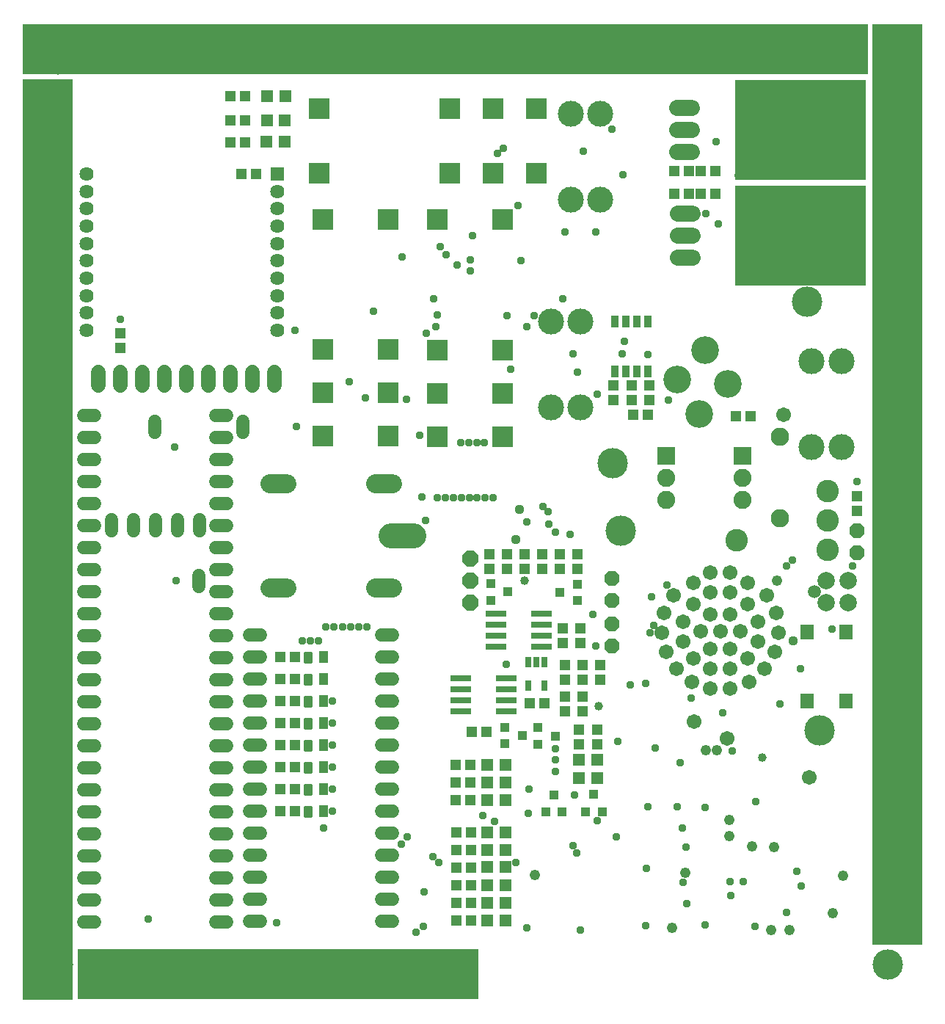
<source format=gbr>
G04 EAGLE Gerber RS-274X export*
G75*
%MOMM*%
%FSLAX34Y34*%
%LPD*%
%INSoldermask Top*%
%IPPOS*%
%AMOC8*
5,1,8,0,0,1.08239X$1,22.5*%
G01*
%ADD10R,15.138400X11.531600*%
%ADD11R,15.138400X11.506200*%
%ADD12C,3.505200*%
%ADD13R,97.536000X5.842000*%
%ADD14R,5.842000X106.172000*%
%ADD15R,46.228000X5.842000*%
%ADD16C,2.997200*%
%ADD17R,1.303200X1.203200*%
%ADD18R,1.203200X1.303200*%
%ADD19C,2.108200*%
%ADD20P,2.034460X8X292.500000*%
%ADD21P,1.869504X8X202.500000*%
%ADD22R,1.103200X1.003200*%
%ADD23R,1.003200X1.103200*%
%ADD24R,1.003200X1.403200*%
%ADD25C,0.441406*%
%ADD26R,2.453200X2.453200*%
%ADD27C,2.184400*%
%ADD28C,2.908300*%
%ADD29R,1.403200X1.403200*%
%ADD30C,1.727200*%
%ADD31R,2.082800X2.082800*%
%ADD32C,2.082800*%
%ADD33R,1.503200X1.753200*%
%ADD34C,2.603500*%
%ADD35R,2.403200X0.803200*%
%ADD36C,1.879600*%
%ADD37R,0.753200X1.203200*%
%ADD38C,1.511200*%
%ADD39C,1.625600*%
%ADD40R,1.625600X1.625600*%
%ADD41R,0.963200X1.473200*%
%ADD42C,1.711200*%
%ADD43C,3.503200*%
%ADD44C,3.203200*%
%ADD45C,2.003200*%
%ADD46C,1.503200*%
%ADD47P,1.869504X8X22.500000*%
%ADD48C,1.109600*%
%ADD49C,1.009600*%
%ADD50C,0.959600*%
%ADD51C,1.209600*%
%ADD52C,1.703200*%
%ADD53C,1.259600*%
%ADD54C,1.059600*%


D10*
X851662Y959866D03*
D11*
X851916Y838073D03*
D12*
X952500Y-2540D03*
X-5080Y-2540D03*
X-5080Y1041400D03*
X952500Y1041400D03*
D13*
X441960Y1052830D03*
D14*
X-16510Y487680D03*
X963930Y551180D03*
D15*
X248920Y-13970D03*
D16*
X597916Y738632D03*
X563880Y738632D03*
X597916Y639572D03*
X563880Y639572D03*
X865124Y594106D03*
X899160Y594106D03*
X865124Y693166D03*
X899160Y693166D03*
X586994Y879348D03*
X621030Y879348D03*
X586994Y978408D03*
X621030Y978408D03*
D17*
X736990Y912876D03*
X753990Y912876D03*
X736990Y885952D03*
X753990Y885952D03*
D18*
X620522Y342510D03*
X620522Y325510D03*
X594868Y453780D03*
X594868Y470780D03*
X493014Y453780D03*
X493014Y470780D03*
D19*
X828548Y605790D03*
X828548Y511810D03*
D18*
X635762Y665344D03*
X635762Y648344D03*
X677926Y648344D03*
X677926Y665344D03*
D17*
X223638Y908812D03*
X206638Y908812D03*
D20*
X471424Y414274D03*
X471424Y465074D03*
X471424Y439674D03*
D21*
X917448Y472440D03*
X917448Y497840D03*
D22*
X549054Y251358D03*
X549054Y270358D03*
X569054Y260858D03*
X594708Y436220D03*
X594708Y417220D03*
X574708Y426720D03*
X494444Y417474D03*
X494444Y436474D03*
X514444Y426974D03*
D23*
X623164Y173388D03*
X604164Y173388D03*
X613664Y193388D03*
X576936Y173134D03*
X557936Y173134D03*
X567436Y193134D03*
D24*
X301608Y199390D03*
D25*
X286417Y204199D02*
X280799Y204199D01*
X286417Y204199D02*
X286417Y194581D01*
X280799Y194581D01*
X280799Y204199D01*
X280799Y198774D02*
X286417Y198774D01*
X286417Y202967D02*
X280799Y202967D01*
D24*
X301608Y224790D03*
D25*
X286417Y229599D02*
X280799Y229599D01*
X286417Y229599D02*
X286417Y219981D01*
X280799Y219981D01*
X280799Y229599D01*
X280799Y224174D02*
X286417Y224174D01*
X286417Y228367D02*
X280799Y228367D01*
D24*
X301608Y250190D03*
D25*
X286417Y254999D02*
X280799Y254999D01*
X286417Y254999D02*
X286417Y245381D01*
X280799Y245381D01*
X280799Y254999D01*
X280799Y249574D02*
X286417Y249574D01*
X286417Y253767D02*
X280799Y253767D01*
D24*
X301608Y351790D03*
D25*
X286417Y356599D02*
X280799Y356599D01*
X286417Y356599D02*
X286417Y346981D01*
X280799Y346981D01*
X280799Y356599D01*
X280799Y351174D02*
X286417Y351174D01*
X286417Y355367D02*
X280799Y355367D01*
D24*
X301608Y326390D03*
D25*
X286417Y331199D02*
X280799Y331199D01*
X286417Y331199D02*
X286417Y321581D01*
X280799Y321581D01*
X280799Y331199D01*
X280799Y325774D02*
X286417Y325774D01*
X286417Y329967D02*
X280799Y329967D01*
D24*
X301608Y300990D03*
D25*
X286417Y305799D02*
X280799Y305799D01*
X286417Y305799D02*
X286417Y296181D01*
X280799Y296181D01*
X280799Y305799D01*
X280799Y300374D02*
X286417Y300374D01*
X286417Y304567D02*
X280799Y304567D01*
D24*
X301608Y275590D03*
D25*
X286417Y280399D02*
X280799Y280399D01*
X286417Y280399D02*
X286417Y270781D01*
X280799Y270781D01*
X280799Y280399D01*
X280799Y274974D02*
X286417Y274974D01*
X286417Y279167D02*
X280799Y279167D01*
D24*
X301608Y173990D03*
D25*
X286417Y178799D02*
X280799Y178799D01*
X286417Y178799D02*
X286417Y169181D01*
X280799Y169181D01*
X280799Y178799D01*
X280799Y173374D02*
X286417Y173374D01*
X286417Y177567D02*
X280799Y177567D01*
D26*
X447040Y984758D03*
X497078Y984758D03*
X547116Y984758D03*
X547116Y909828D03*
X497078Y909828D03*
X447040Y909828D03*
X296926Y984758D03*
X296926Y909828D03*
D27*
X259588Y431800D02*
X239776Y431800D01*
X239776Y551688D02*
X259588Y551688D01*
X361696Y431800D02*
X381508Y431800D01*
X381508Y551688D02*
X361696Y551688D01*
D28*
X379159Y491744D02*
X406210Y491744D01*
D29*
X511642Y47752D03*
X490642Y47752D03*
X511388Y149606D03*
X490388Y149606D03*
X511388Y227838D03*
X490388Y227838D03*
X511388Y207518D03*
X490388Y207518D03*
X511642Y129286D03*
X490642Y129286D03*
X596138Y212512D03*
X596138Y233512D03*
X511642Y109474D03*
X490642Y109474D03*
X511642Y68072D03*
X490642Y68072D03*
X511642Y88646D03*
X490642Y88646D03*
X617474Y212512D03*
X617474Y233512D03*
X511388Y187198D03*
X490388Y187198D03*
X236642Y998982D03*
X257642Y998982D03*
X236134Y971296D03*
X257134Y971296D03*
X235880Y946404D03*
X256880Y946404D03*
D30*
X41910Y680212D02*
X41910Y664972D01*
X67310Y664972D02*
X67310Y680212D01*
X92710Y680212D02*
X92710Y664972D01*
X118110Y664972D02*
X118110Y680212D01*
X143510Y680212D02*
X143510Y664972D01*
X168910Y664972D02*
X168910Y680212D01*
X194310Y680212D02*
X194310Y664972D01*
X219710Y664972D02*
X219710Y680212D01*
X245110Y680212D02*
X245110Y664972D01*
D22*
X510954Y251866D03*
X510954Y270866D03*
X530954Y261366D03*
D18*
X600202Y342510D03*
X600202Y325510D03*
X579882Y342510D03*
X579882Y325510D03*
D17*
X454542Y68072D03*
X471542Y68072D03*
D18*
X554228Y470780D03*
X554228Y453780D03*
X596138Y268596D03*
X596138Y251596D03*
X617728Y268596D03*
X617728Y251596D03*
X574548Y453780D03*
X574548Y470780D03*
X513588Y453780D03*
X513588Y470780D03*
X600456Y306442D03*
X600456Y289442D03*
X580136Y289442D03*
X580136Y306442D03*
X577596Y385182D03*
X577596Y368182D03*
X597916Y385182D03*
X597916Y368182D03*
D17*
X556378Y298958D03*
X539378Y298958D03*
X454288Y186944D03*
X471288Y186944D03*
X454542Y88392D03*
X471542Y88392D03*
D18*
X917448Y537582D03*
X917448Y520582D03*
D17*
X777122Y629920D03*
X794122Y629920D03*
D18*
X657098Y665344D03*
X657098Y648344D03*
D17*
X676266Y631698D03*
X659266Y631698D03*
X194446Y998982D03*
X211446Y998982D03*
X194446Y971296D03*
X211446Y971296D03*
X194446Y945896D03*
X211446Y945896D03*
D18*
X67310Y725542D03*
X67310Y708542D03*
D17*
X268850Y199390D03*
X251850Y199390D03*
X268850Y224790D03*
X251850Y224790D03*
X268850Y250190D03*
X251850Y250190D03*
X268850Y351790D03*
X251850Y351790D03*
X268850Y326390D03*
X251850Y326390D03*
X268850Y300990D03*
X251850Y300990D03*
X268850Y275590D03*
X251850Y275590D03*
X268850Y173990D03*
X251850Y173990D03*
X706510Y912876D03*
X723510Y912876D03*
X706510Y885952D03*
X723510Y885952D03*
X454288Y227584D03*
X471288Y227584D03*
X454288Y207264D03*
X471288Y207264D03*
X454542Y47752D03*
X471542Y47752D03*
X454542Y129032D03*
X471542Y129032D03*
X454542Y149352D03*
X471542Y149352D03*
D18*
X533908Y470780D03*
X533908Y453780D03*
D17*
X454542Y108712D03*
X471542Y108712D03*
X489576Y265684D03*
X472576Y265684D03*
D31*
X784860Y583946D03*
D32*
X784860Y558546D03*
X784860Y533146D03*
D31*
X696722Y583946D03*
D32*
X696722Y558546D03*
X696722Y533146D03*
D33*
X904388Y301626D03*
X904388Y381126D03*
X859388Y301626D03*
X859388Y381126D03*
D34*
X883666Y543306D03*
X883666Y509778D03*
X778510Y486918D03*
D26*
X376174Y706628D03*
X376174Y656590D03*
X376174Y606552D03*
X301244Y606552D03*
X301244Y656590D03*
X301244Y706628D03*
X376174Y856742D03*
X301244Y856742D03*
X508254Y706120D03*
X508254Y656082D03*
X508254Y606044D03*
X433324Y606044D03*
X433324Y656082D03*
X433324Y706120D03*
X508254Y856234D03*
X433324Y856234D03*
D35*
X552796Y376682D03*
X500796Y376682D03*
X552796Y363982D03*
X552796Y389382D03*
X552796Y402082D03*
X500796Y363982D03*
X500796Y389382D03*
X500796Y402082D03*
D36*
X710184Y985520D02*
X726948Y985520D01*
X726948Y960120D02*
X710184Y960120D01*
X710184Y934720D02*
X726948Y934720D01*
D12*
X893826Y960120D03*
D37*
X547370Y345732D03*
X556870Y345732D03*
X537870Y345732D03*
X537870Y318732D03*
X556870Y318732D03*
D35*
X512156Y302260D03*
X460156Y302260D03*
X512156Y289560D03*
X512156Y314960D03*
X512156Y327660D03*
X460156Y289560D03*
X460156Y314960D03*
X460156Y327660D03*
D38*
X37782Y72136D02*
X24702Y72136D01*
X24702Y376936D02*
X37782Y376936D01*
X37782Y351536D02*
X24702Y351536D01*
X24702Y326136D02*
X37782Y326136D01*
X37782Y300736D02*
X24702Y300736D01*
X24702Y275336D02*
X37782Y275336D01*
X37782Y249936D02*
X24702Y249936D01*
X24702Y224536D02*
X37782Y224536D01*
X37782Y199136D02*
X24702Y199136D01*
X24702Y173736D02*
X37782Y173736D01*
X37782Y148336D02*
X24702Y148336D01*
X177102Y376936D02*
X190182Y376936D01*
X190182Y351536D02*
X177102Y351536D01*
X177102Y199136D02*
X190182Y199136D01*
X190182Y173736D02*
X177102Y173736D01*
X177102Y148336D02*
X190182Y148336D01*
X190182Y122936D02*
X177102Y122936D01*
X177102Y46736D02*
X190182Y46736D01*
X37782Y46736D02*
X24702Y46736D01*
X24702Y97536D02*
X37782Y97536D01*
X37782Y122936D02*
X24702Y122936D01*
X177102Y72136D02*
X190182Y72136D01*
X190182Y97536D02*
X177102Y97536D01*
X177102Y326136D02*
X190182Y326136D01*
X190182Y224536D02*
X177102Y224536D01*
X177102Y249936D02*
X190182Y249936D01*
X190182Y275336D02*
X177102Y275336D01*
X177102Y300736D02*
X190182Y300736D01*
X190182Y402336D02*
X177102Y402336D01*
X177102Y427736D02*
X190182Y427736D01*
X190182Y453136D02*
X177102Y453136D01*
X177102Y478536D02*
X190182Y478536D01*
X190182Y503936D02*
X177102Y503936D01*
X177102Y529336D02*
X190182Y529336D01*
X190182Y554736D02*
X177102Y554736D01*
X177102Y580136D02*
X190182Y580136D01*
X190182Y605536D02*
X177102Y605536D01*
X177102Y630936D02*
X190182Y630936D01*
X37782Y402336D02*
X24702Y402336D01*
X24702Y427736D02*
X37782Y427736D01*
X37782Y453136D02*
X24702Y453136D01*
X24702Y478536D02*
X37782Y478536D01*
X37782Y503936D02*
X24702Y503936D01*
X24702Y529336D02*
X37782Y529336D01*
X37782Y554736D02*
X24702Y554736D01*
X24702Y580136D02*
X37782Y580136D01*
X37782Y605536D02*
X24702Y605536D01*
X24702Y630936D02*
X37782Y630936D01*
X158242Y510476D02*
X158242Y497396D01*
X132842Y497396D02*
X132842Y510476D01*
X107442Y510476D02*
X107442Y497396D01*
X82042Y497396D02*
X82042Y510476D01*
X56642Y510476D02*
X56642Y497396D01*
D39*
X248430Y728948D03*
X248430Y748948D03*
X248430Y768948D03*
X248430Y788948D03*
X248430Y808948D03*
X248430Y828948D03*
X248430Y848948D03*
X248430Y868948D03*
X248430Y888948D03*
D40*
X248430Y908948D03*
D39*
X28430Y728948D03*
X28430Y748948D03*
X28430Y768948D03*
X28430Y788948D03*
X28430Y808948D03*
X28430Y828948D03*
X28430Y848948D03*
X28430Y868948D03*
X28430Y888948D03*
X28430Y908948D03*
D38*
X157734Y446214D02*
X157734Y433134D01*
X106934Y610934D02*
X106934Y624014D01*
X208534Y624014D02*
X208534Y610934D01*
X215964Y72390D02*
X229044Y72390D01*
X229044Y377190D02*
X215964Y377190D01*
X215964Y351790D02*
X229044Y351790D01*
X229044Y326390D02*
X215964Y326390D01*
X215964Y300990D02*
X229044Y300990D01*
X229044Y275590D02*
X215964Y275590D01*
X215964Y250190D02*
X229044Y250190D01*
X229044Y224790D02*
X215964Y224790D01*
X215964Y199390D02*
X229044Y199390D01*
X229044Y173990D02*
X215964Y173990D01*
X215964Y148590D02*
X229044Y148590D01*
X368364Y377190D02*
X381444Y377190D01*
X381444Y351790D02*
X368364Y351790D01*
X368364Y199390D02*
X381444Y199390D01*
X381444Y173990D02*
X368364Y173990D01*
X368364Y148590D02*
X381444Y148590D01*
X381444Y123190D02*
X368364Y123190D01*
X368364Y46990D02*
X381444Y46990D01*
X229044Y46990D02*
X215964Y46990D01*
X215964Y97790D02*
X229044Y97790D01*
X229044Y123190D02*
X215964Y123190D01*
X368364Y72390D02*
X381444Y72390D01*
X381444Y97790D02*
X368364Y97790D01*
X368364Y326390D02*
X381444Y326390D01*
X381444Y224790D02*
X368364Y224790D01*
X368364Y250190D02*
X381444Y250190D01*
X381444Y275590D02*
X368364Y275590D01*
X368364Y300990D02*
X381444Y300990D01*
D41*
X663194Y738530D03*
X663194Y681330D03*
X675894Y738530D03*
X650494Y738530D03*
X637794Y738530D03*
X675894Y681330D03*
X650494Y681330D03*
X637794Y681330D03*
D36*
X710946Y863346D02*
X727710Y863346D01*
X727710Y837946D02*
X710946Y837946D01*
X710946Y812546D02*
X727710Y812546D01*
D12*
X894588Y837946D03*
D42*
X748030Y449072D03*
X728218Y437642D03*
X705866Y423164D03*
X694944Y402844D03*
X691896Y379984D03*
X696722Y357632D03*
X708660Y338074D03*
X726440Y323596D03*
X748030Y315976D03*
X770890Y315976D03*
X792480Y323596D03*
X810260Y338074D03*
X822198Y357632D03*
X827024Y379984D03*
X823976Y402844D03*
X813054Y423164D03*
X790702Y437642D03*
X770890Y449072D03*
X748030Y426212D03*
X728218Y412750D03*
X716280Y392684D03*
X716280Y369824D03*
X728218Y350266D03*
X748030Y338836D03*
X770890Y338836D03*
X790702Y350266D03*
X802640Y369824D03*
X802640Y392684D03*
X790702Y412750D03*
X770890Y426212D03*
X748030Y401320D03*
X736600Y381508D03*
X748030Y361696D03*
X770890Y361696D03*
X782320Y381508D03*
X770890Y401320D03*
X759460Y381508D03*
D43*
X874365Y267619D03*
X644555Y497429D03*
D44*
X709585Y672047D03*
X735245Y632424D03*
X768514Y666581D03*
X742096Y706275D03*
D43*
X859470Y761469D03*
X635574Y575587D03*
D45*
X881634Y439728D03*
X881634Y414728D03*
X906634Y439728D03*
X906634Y414728D03*
D46*
X868234Y427228D03*
D34*
X883666Y475996D03*
D21*
X634746Y364490D03*
X634746Y389890D03*
D47*
X634746Y442468D03*
X634746Y417068D03*
D48*
X523494Y487353D03*
D49*
X807720Y235712D03*
D50*
X538480Y199644D03*
X538198Y171704D03*
X601218Y934974D03*
X634238Y960882D03*
X646938Y908304D03*
X529590Y808990D03*
X392458Y813054D03*
X397510Y649224D03*
X523584Y114554D03*
X512318Y343662D03*
X612394Y400812D03*
D48*
X527723Y522398D03*
D50*
X536384Y508034D03*
D51*
X824738Y440182D03*
D50*
X331283Y669477D03*
X349758Y651256D03*
X888238Y383794D03*
X568960Y245872D03*
X497362Y536010D03*
D48*
X843942Y370994D03*
D50*
X408686Y34798D03*
X852304Y338836D03*
X470916Y809752D03*
X460248Y598830D03*
X460756Y535968D03*
X586407Y493189D03*
X332824Y386842D03*
X311658Y224790D03*
X436090Y825246D03*
X469336Y598830D03*
X469844Y535968D03*
X561437Y505049D03*
X342166Y386842D03*
X311658Y199390D03*
X773430Y243586D03*
X800100Y185420D03*
X770636Y92964D03*
X716788Y91948D03*
X716026Y154686D03*
X741680Y42926D03*
X835660Y57658D03*
X847598Y104648D03*
X589534Y134366D03*
X471170Y797052D03*
X431292Y733298D03*
X428752Y765556D03*
X617728Y655066D03*
X589534Y702056D03*
D49*
X533908Y439674D03*
X619506Y294894D03*
D50*
X675640Y701040D03*
X615491Y364695D03*
X247142Y45720D03*
X99568Y50038D03*
X67310Y741680D03*
X591566Y192532D03*
X536448Y39878D03*
X417498Y80694D03*
X615922Y842010D03*
X754888Y946658D03*
X641604Y254790D03*
X455930Y804164D03*
X487512Y598830D03*
X488020Y535968D03*
X569184Y496286D03*
X762218Y287810D03*
X828548Y297688D03*
X412563Y607635D03*
X451414Y535926D03*
X323482Y386842D03*
X311658Y250190D03*
X713504Y229852D03*
X417068Y40894D03*
X842518Y463550D03*
X554657Y525955D03*
X277368Y370360D03*
X835660Y456720D03*
X561084Y519529D03*
X286582Y370360D03*
D51*
X755650Y244856D03*
X821944Y132842D03*
D50*
X726186Y304546D03*
X709930Y179324D03*
D51*
X743204Y244602D03*
D50*
X678303Y380361D03*
X682376Y388610D03*
X680146Y421199D03*
X697738Y435102D03*
X673608Y321672D03*
X498602Y162334D03*
X655750Y319962D03*
X485648Y168910D03*
X568960Y233172D03*
X569468Y220358D03*
X684022Y247142D03*
X675894Y179324D03*
X742188Y178562D03*
X639318Y144272D03*
X674370Y108458D03*
X673100Y41910D03*
X771398Y76962D03*
X786356Y92964D03*
D51*
X889508Y56642D03*
D50*
X852678Y87884D03*
X598424Y36830D03*
X593852Y125730D03*
X617474Y163576D03*
X799338Y40894D03*
D51*
X545338Y100330D03*
D52*
X729488Y277622D03*
X767334Y257810D03*
X861824Y213108D03*
D50*
X544576Y745744D03*
X513334Y745744D03*
X433070Y746760D03*
D51*
X769874Y145542D03*
D50*
X720090Y133096D03*
X721106Y67310D03*
X359156Y750570D03*
X646684Y701294D03*
X594868Y680466D03*
X648462Y716026D03*
X699262Y648462D03*
X579910Y842010D03*
X577596Y765302D03*
X517398Y684276D03*
X295910Y370332D03*
X301753Y154841D03*
D52*
X832612Y631444D03*
D50*
X756920Y851916D03*
D53*
X-16510Y89916D03*
X76454Y1052830D03*
X208788Y1052830D03*
X341122Y1052830D03*
X473456Y1052830D03*
X605790Y1052830D03*
X738124Y1052830D03*
X870458Y1052830D03*
X76454Y-13970D03*
X208788Y-13970D03*
X341122Y-13970D03*
X473456Y-13970D03*
X-16510Y233172D03*
X-16510Y376428D03*
X-16510Y519684D03*
X-16510Y662940D03*
X-16510Y806196D03*
X-16510Y949452D03*
X963930Y519684D03*
X963930Y662940D03*
X963930Y806196D03*
X963930Y949452D03*
X963676Y376428D03*
X963930Y233172D03*
X963930Y89916D03*
D50*
X397990Y144780D03*
X917448Y554482D03*
X912396Y456692D03*
X268732Y728980D03*
X270510Y617982D03*
X415294Y536190D03*
X419466Y509552D03*
X743204Y863600D03*
X509414Y938792D03*
X502412Y932942D03*
X311658Y275590D03*
X442171Y535983D03*
X313886Y386842D03*
X473456Y837692D03*
X432829Y536166D03*
X304544Y386842D03*
X311628Y300990D03*
X442976Y816356D03*
X478424Y598830D03*
X478932Y535968D03*
X351628Y386842D03*
X311912Y173990D03*
X536381Y733046D03*
X129540Y593852D03*
X131826Y439928D03*
X525780Y872744D03*
X420370Y725424D03*
X427794Y121470D03*
X391056Y136322D03*
X434594Y114808D03*
D51*
X818388Y36830D03*
X704088Y39878D03*
X718838Y103172D03*
X839216Y36830D03*
X795782Y133350D03*
X769620Y163830D03*
X901240Y99568D03*
D54*
X781558Y1011936D03*
X858266Y1011936D03*
X922020Y1011936D03*
X922020Y907542D03*
X858774Y907542D03*
X781304Y907542D03*
X781812Y785876D03*
X922274Y785876D03*
X922274Y890270D03*
X859028Y890270D03*
X781558Y890270D03*
M02*

</source>
